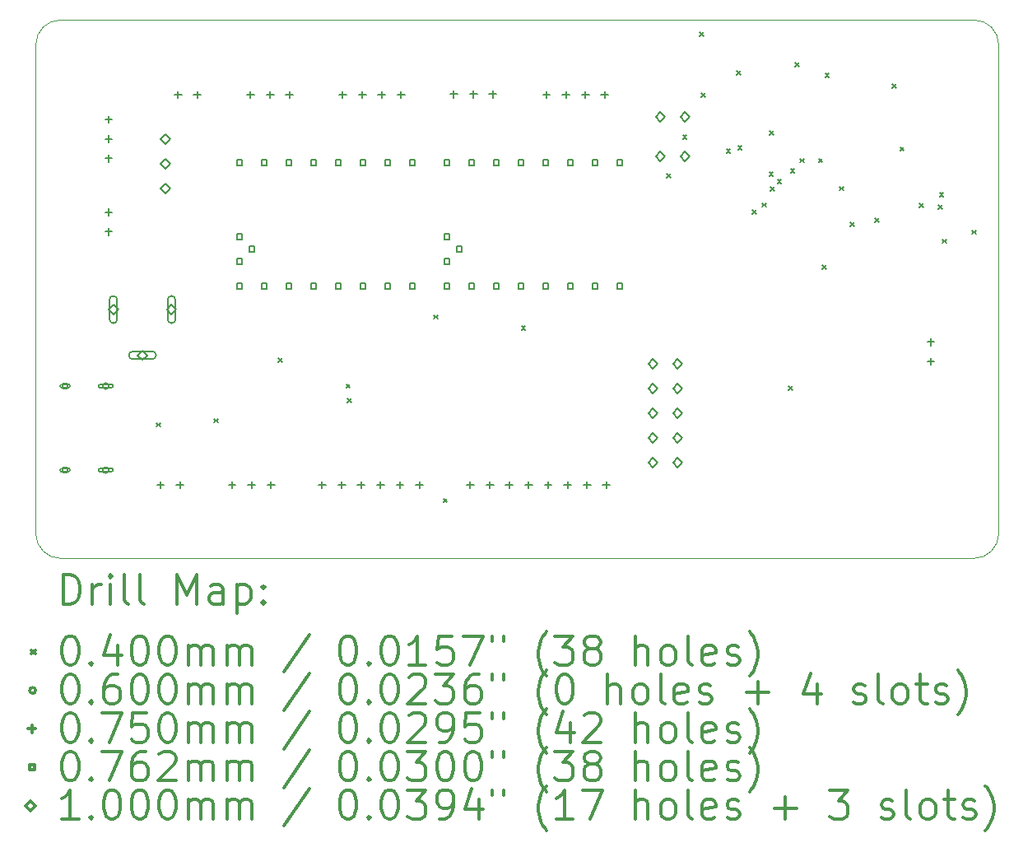
<source format=gbr>
%FSLAX45Y45*%
G04 Gerber Fmt 4.5, Leading zero omitted, Abs format (unit mm)*
G04 Created by KiCad (PCBNEW (5.1.10)-1) date 2021-12-04 11:15:14*
%MOMM*%
%LPD*%
G01*
G04 APERTURE LIST*
%TA.AperFunction,Profile*%
%ADD10C,0.050000*%
%TD*%
%ADD11C,0.200000*%
%ADD12C,0.300000*%
G04 APERTURE END LIST*
D10*
X12446000Y-7156450D02*
X12446000Y-12185650D01*
X2794000Y-12439650D02*
G75*
G02*
X2540000Y-12185650I0J254000D01*
G01*
X12192000Y-12439650D02*
G75*
G03*
X12446000Y-12185650I0J254000D01*
G01*
X2540000Y-12185650D02*
X2540000Y-7156450D01*
X2540000Y-7156450D02*
G75*
G02*
X2794000Y-6902450I254000J0D01*
G01*
X12192000Y-12439650D02*
X2794000Y-12439650D01*
X12192000Y-6902450D02*
G75*
G02*
X12446000Y-7156450I0J-254000D01*
G01*
X2794000Y-6902450D02*
X12192000Y-6902450D01*
D11*
X3778710Y-11045010D02*
X3818710Y-11085010D01*
X3818710Y-11045010D02*
X3778710Y-11085010D01*
X4374200Y-11003600D02*
X4414200Y-11043600D01*
X4414200Y-11003600D02*
X4374200Y-11043600D01*
X5034600Y-10381300D02*
X5074600Y-10421300D01*
X5074600Y-10381300D02*
X5034600Y-10421300D01*
X5733100Y-10648000D02*
X5773100Y-10688000D01*
X5773100Y-10648000D02*
X5733100Y-10688000D01*
X5745760Y-10797920D02*
X5785760Y-10837920D01*
X5785760Y-10797920D02*
X5745760Y-10837920D01*
X6634800Y-9936800D02*
X6674800Y-9976800D01*
X6674800Y-9936800D02*
X6634800Y-9976800D01*
X6732750Y-11823620D02*
X6772750Y-11863620D01*
X6772750Y-11823620D02*
X6732750Y-11863620D01*
X7536500Y-10051100D02*
X7576500Y-10091100D01*
X7576500Y-10051100D02*
X7536500Y-10091100D01*
X9028520Y-8482520D02*
X9068520Y-8522520D01*
X9068520Y-8482520D02*
X9028520Y-8522520D01*
X9196540Y-8086000D02*
X9236540Y-8126000D01*
X9236540Y-8086000D02*
X9196540Y-8126000D01*
X9367640Y-7028500D02*
X9407640Y-7068500D01*
X9407640Y-7028500D02*
X9367640Y-7068500D01*
X9383840Y-7654800D02*
X9423840Y-7694800D01*
X9423840Y-7654800D02*
X9383840Y-7694800D01*
X9644210Y-8233370D02*
X9684210Y-8273370D01*
X9684210Y-8233370D02*
X9644210Y-8273370D01*
X9752980Y-7426920D02*
X9792980Y-7466920D01*
X9792980Y-7426920D02*
X9752980Y-7466920D01*
X9764250Y-8199720D02*
X9804250Y-8239720D01*
X9804250Y-8199720D02*
X9764250Y-8239720D01*
X9911910Y-8854890D02*
X9951910Y-8894890D01*
X9951910Y-8854890D02*
X9911910Y-8894890D01*
X10011510Y-8785190D02*
X10051510Y-8825190D01*
X10051510Y-8785190D02*
X10011510Y-8825190D01*
X10085450Y-8464870D02*
X10125450Y-8504870D01*
X10125450Y-8464870D02*
X10085450Y-8504870D01*
X10086530Y-8044500D02*
X10126530Y-8084500D01*
X10126530Y-8044500D02*
X10086530Y-8084500D01*
X10100110Y-8617100D02*
X10140110Y-8657100D01*
X10140110Y-8617100D02*
X10100110Y-8657100D01*
X10170580Y-8542990D02*
X10210580Y-8582990D01*
X10210580Y-8542990D02*
X10170580Y-8582990D01*
X10282880Y-10671550D02*
X10322880Y-10711550D01*
X10322880Y-10671550D02*
X10282880Y-10711550D01*
X10305510Y-8436860D02*
X10345510Y-8476860D01*
X10345510Y-8436860D02*
X10305510Y-8476860D01*
X10348900Y-7344210D02*
X10388900Y-7384210D01*
X10388900Y-7344210D02*
X10348900Y-7384210D01*
X10401500Y-8327690D02*
X10441500Y-8367690D01*
X10441500Y-8327690D02*
X10401500Y-8367690D01*
X10594140Y-8327170D02*
X10634140Y-8367170D01*
X10634140Y-8327170D02*
X10594140Y-8367170D01*
X10632670Y-9422610D02*
X10672670Y-9462610D01*
X10672670Y-9422610D02*
X10632670Y-9462610D01*
X10660570Y-7453850D02*
X10700570Y-7493850D01*
X10700570Y-7453850D02*
X10660570Y-7493850D01*
X10806970Y-8614930D02*
X10846970Y-8654930D01*
X10846970Y-8614930D02*
X10806970Y-8654930D01*
X10916320Y-8985090D02*
X10956320Y-9025090D01*
X10956320Y-8985090D02*
X10916320Y-9025090D01*
X11174580Y-8940990D02*
X11214580Y-8980990D01*
X11214580Y-8940990D02*
X11174580Y-8980990D01*
X11350030Y-7561510D02*
X11390030Y-7601510D01*
X11390030Y-7561510D02*
X11350030Y-7601510D01*
X11431010Y-8209100D02*
X11471010Y-8249100D01*
X11471010Y-8209100D02*
X11431010Y-8249100D01*
X11630870Y-8790820D02*
X11670870Y-8830820D01*
X11670870Y-8790820D02*
X11630870Y-8830820D01*
X11825880Y-8809410D02*
X11865880Y-8849410D01*
X11865880Y-8809410D02*
X11825880Y-8849410D01*
X11836680Y-8679500D02*
X11876680Y-8719500D01*
X11876680Y-8679500D02*
X11836680Y-8719500D01*
X11868020Y-9157410D02*
X11908020Y-9197410D01*
X11908020Y-9157410D02*
X11868020Y-9197410D01*
X12173300Y-9064650D02*
X12213300Y-9104650D01*
X12213300Y-9064650D02*
X12173300Y-9104650D01*
X2871400Y-10667800D02*
G75*
G03*
X2871400Y-10667800I-30000J0D01*
G01*
X2871400Y-10647800D02*
X2811400Y-10647800D01*
X2871400Y-10687800D02*
X2811400Y-10687800D01*
X2811400Y-10647800D02*
G75*
G03*
X2811400Y-10687800I0J-20000D01*
G01*
X2871400Y-10687800D02*
G75*
G03*
X2871400Y-10647800I0J20000D01*
G01*
X2871400Y-11531800D02*
G75*
G03*
X2871400Y-11531800I-30000J0D01*
G01*
X2871400Y-11511800D02*
X2811400Y-11511800D01*
X2871400Y-11551800D02*
X2811400Y-11551800D01*
X2811400Y-11511800D02*
G75*
G03*
X2811400Y-11551800I0J-20000D01*
G01*
X2871400Y-11551800D02*
G75*
G03*
X2871400Y-11511800I0J20000D01*
G01*
X3289400Y-10667800D02*
G75*
G03*
X3289400Y-10667800I-30000J0D01*
G01*
X3314400Y-10647800D02*
X3204400Y-10647800D01*
X3314400Y-10687800D02*
X3204400Y-10687800D01*
X3204400Y-10647800D02*
G75*
G03*
X3204400Y-10687800I0J-20000D01*
G01*
X3314400Y-10687800D02*
G75*
G03*
X3314400Y-10647800I0J20000D01*
G01*
X3289400Y-11531800D02*
G75*
G03*
X3289400Y-11531800I-30000J0D01*
G01*
X3314400Y-11511800D02*
X3204400Y-11511800D01*
X3314400Y-11551800D02*
X3204400Y-11551800D01*
X3204400Y-11511800D02*
G75*
G03*
X3204400Y-11551800I0J-20000D01*
G01*
X3314400Y-11551800D02*
G75*
G03*
X3314400Y-11511800I0J20000D01*
G01*
X3289300Y-7887300D02*
X3289300Y-7962300D01*
X3251800Y-7924800D02*
X3326800Y-7924800D01*
X3289300Y-8087300D02*
X3289300Y-8162300D01*
X3251800Y-8124800D02*
X3326800Y-8124800D01*
X3289300Y-8287300D02*
X3289300Y-8362300D01*
X3251800Y-8324800D02*
X3326800Y-8324800D01*
X3289300Y-8839800D02*
X3289300Y-8914800D01*
X3251800Y-8877300D02*
X3326800Y-8877300D01*
X3289300Y-9039800D02*
X3289300Y-9114800D01*
X3251800Y-9077300D02*
X3326800Y-9077300D01*
X3822700Y-11646500D02*
X3822700Y-11721500D01*
X3785200Y-11684000D02*
X3860200Y-11684000D01*
X4002430Y-7633300D02*
X4002430Y-7708300D01*
X3964930Y-7670800D02*
X4039930Y-7670800D01*
X4022700Y-11646500D02*
X4022700Y-11721500D01*
X3985200Y-11684000D02*
X4060200Y-11684000D01*
X4202430Y-7633300D02*
X4202430Y-7708300D01*
X4164930Y-7670800D02*
X4239930Y-7670800D01*
X4559300Y-11646500D02*
X4559300Y-11721500D01*
X4521800Y-11684000D02*
X4596800Y-11684000D01*
X4749850Y-7633300D02*
X4749850Y-7708300D01*
X4712350Y-7670800D02*
X4787350Y-7670800D01*
X4759300Y-11646500D02*
X4759300Y-11721500D01*
X4721800Y-11684000D02*
X4796800Y-11684000D01*
X4949850Y-7633300D02*
X4949850Y-7708300D01*
X4912350Y-7670800D02*
X4987350Y-7670800D01*
X4959300Y-11646500D02*
X4959300Y-11721500D01*
X4921800Y-11684000D02*
X4996800Y-11684000D01*
X5149850Y-7633300D02*
X5149850Y-7708300D01*
X5112350Y-7670800D02*
X5187350Y-7670800D01*
X5486400Y-11646500D02*
X5486400Y-11721500D01*
X5448900Y-11684000D02*
X5523900Y-11684000D01*
X5686400Y-11646500D02*
X5686400Y-11721500D01*
X5648900Y-11684000D02*
X5723900Y-11684000D01*
X5697930Y-7633300D02*
X5697930Y-7708300D01*
X5660430Y-7670800D02*
X5735430Y-7670800D01*
X5886400Y-11646500D02*
X5886400Y-11721500D01*
X5848900Y-11684000D02*
X5923900Y-11684000D01*
X5897930Y-7633300D02*
X5897930Y-7708300D01*
X5860430Y-7670800D02*
X5935430Y-7670800D01*
X6086400Y-11646500D02*
X6086400Y-11721500D01*
X6048900Y-11684000D02*
X6123900Y-11684000D01*
X6097930Y-7633300D02*
X6097930Y-7708300D01*
X6060430Y-7670800D02*
X6135430Y-7670800D01*
X6286400Y-11646500D02*
X6286400Y-11721500D01*
X6248900Y-11684000D02*
X6323900Y-11684000D01*
X6297930Y-7633300D02*
X6297930Y-7708300D01*
X6260430Y-7670800D02*
X6335430Y-7670800D01*
X6486400Y-11646500D02*
X6486400Y-11721500D01*
X6448900Y-11684000D02*
X6523900Y-11684000D01*
X6840880Y-7628220D02*
X6840880Y-7703220D01*
X6803380Y-7665720D02*
X6878380Y-7665720D01*
X7010400Y-11646500D02*
X7010400Y-11721500D01*
X6972900Y-11684000D02*
X7047900Y-11684000D01*
X7040880Y-7628220D02*
X7040880Y-7703220D01*
X7003380Y-7665720D02*
X7078380Y-7665720D01*
X7210400Y-11646500D02*
X7210400Y-11721500D01*
X7172900Y-11684000D02*
X7247900Y-11684000D01*
X7240880Y-7628220D02*
X7240880Y-7703220D01*
X7203380Y-7665720D02*
X7278380Y-7665720D01*
X7410400Y-11646500D02*
X7410400Y-11721500D01*
X7372900Y-11684000D02*
X7447900Y-11684000D01*
X7610400Y-11646500D02*
X7610400Y-11721500D01*
X7572900Y-11684000D02*
X7647900Y-11684000D01*
X7793430Y-7633300D02*
X7793430Y-7708300D01*
X7755930Y-7670800D02*
X7830930Y-7670800D01*
X7810400Y-11646500D02*
X7810400Y-11721500D01*
X7772900Y-11684000D02*
X7847900Y-11684000D01*
X7993430Y-7633300D02*
X7993430Y-7708300D01*
X7955930Y-7670800D02*
X8030930Y-7670800D01*
X8010400Y-11646500D02*
X8010400Y-11721500D01*
X7972900Y-11684000D02*
X8047900Y-11684000D01*
X8193430Y-7633300D02*
X8193430Y-7708300D01*
X8155930Y-7670800D02*
X8230930Y-7670800D01*
X8210400Y-11646500D02*
X8210400Y-11721500D01*
X8172900Y-11684000D02*
X8247900Y-11684000D01*
X8393430Y-7633300D02*
X8393430Y-7708300D01*
X8355930Y-7670800D02*
X8430930Y-7670800D01*
X8410400Y-11646500D02*
X8410400Y-11721500D01*
X8372900Y-11684000D02*
X8447900Y-11684000D01*
X11747500Y-10176500D02*
X11747500Y-10251500D01*
X11710000Y-10214000D02*
X11785000Y-10214000D01*
X11747500Y-10376500D02*
X11747500Y-10451500D01*
X11710000Y-10414000D02*
X11785000Y-10414000D01*
X4662441Y-8396241D02*
X4662441Y-8342359D01*
X4608559Y-8342359D01*
X4608559Y-8396241D01*
X4662441Y-8396241D01*
X4662441Y-9158241D02*
X4662441Y-9104359D01*
X4608559Y-9104359D01*
X4608559Y-9158241D01*
X4662441Y-9158241D01*
X4662441Y-9412241D02*
X4662441Y-9358359D01*
X4608559Y-9358359D01*
X4608559Y-9412241D01*
X4662441Y-9412241D01*
X4662441Y-9666241D02*
X4662441Y-9612359D01*
X4608559Y-9612359D01*
X4608559Y-9666241D01*
X4662441Y-9666241D01*
X4789441Y-9285241D02*
X4789441Y-9231359D01*
X4735559Y-9231359D01*
X4735559Y-9285241D01*
X4789441Y-9285241D01*
X4916441Y-8396241D02*
X4916441Y-8342359D01*
X4862559Y-8342359D01*
X4862559Y-8396241D01*
X4916441Y-8396241D01*
X4916441Y-9666241D02*
X4916441Y-9612359D01*
X4862559Y-9612359D01*
X4862559Y-9666241D01*
X4916441Y-9666241D01*
X5170441Y-8396241D02*
X5170441Y-8342359D01*
X5116559Y-8342359D01*
X5116559Y-8396241D01*
X5170441Y-8396241D01*
X5170441Y-9666241D02*
X5170441Y-9612359D01*
X5116559Y-9612359D01*
X5116559Y-9666241D01*
X5170441Y-9666241D01*
X5424441Y-8396241D02*
X5424441Y-8342359D01*
X5370559Y-8342359D01*
X5370559Y-8396241D01*
X5424441Y-8396241D01*
X5424441Y-9666241D02*
X5424441Y-9612359D01*
X5370559Y-9612359D01*
X5370559Y-9666241D01*
X5424441Y-9666241D01*
X5678441Y-8396241D02*
X5678441Y-8342359D01*
X5624559Y-8342359D01*
X5624559Y-8396241D01*
X5678441Y-8396241D01*
X5678441Y-9666241D02*
X5678441Y-9612359D01*
X5624559Y-9612359D01*
X5624559Y-9666241D01*
X5678441Y-9666241D01*
X5932441Y-8396241D02*
X5932441Y-8342359D01*
X5878559Y-8342359D01*
X5878559Y-8396241D01*
X5932441Y-8396241D01*
X5932441Y-9666241D02*
X5932441Y-9612359D01*
X5878559Y-9612359D01*
X5878559Y-9666241D01*
X5932441Y-9666241D01*
X6186441Y-8396241D02*
X6186441Y-8342359D01*
X6132559Y-8342359D01*
X6132559Y-8396241D01*
X6186441Y-8396241D01*
X6186441Y-9666241D02*
X6186441Y-9612359D01*
X6132559Y-9612359D01*
X6132559Y-9666241D01*
X6186441Y-9666241D01*
X6440441Y-8396241D02*
X6440441Y-8342359D01*
X6386559Y-8342359D01*
X6386559Y-8396241D01*
X6440441Y-8396241D01*
X6440441Y-9666241D02*
X6440441Y-9612359D01*
X6386559Y-9612359D01*
X6386559Y-9666241D01*
X6440441Y-9666241D01*
X6796041Y-8396241D02*
X6796041Y-8342359D01*
X6742159Y-8342359D01*
X6742159Y-8396241D01*
X6796041Y-8396241D01*
X6796041Y-9158241D02*
X6796041Y-9104359D01*
X6742159Y-9104359D01*
X6742159Y-9158241D01*
X6796041Y-9158241D01*
X6796041Y-9412241D02*
X6796041Y-9358359D01*
X6742159Y-9358359D01*
X6742159Y-9412241D01*
X6796041Y-9412241D01*
X6796041Y-9666241D02*
X6796041Y-9612359D01*
X6742159Y-9612359D01*
X6742159Y-9666241D01*
X6796041Y-9666241D01*
X6923041Y-9285241D02*
X6923041Y-9231359D01*
X6869159Y-9231359D01*
X6869159Y-9285241D01*
X6923041Y-9285241D01*
X7050041Y-8396241D02*
X7050041Y-8342359D01*
X6996159Y-8342359D01*
X6996159Y-8396241D01*
X7050041Y-8396241D01*
X7050041Y-9666241D02*
X7050041Y-9612359D01*
X6996159Y-9612359D01*
X6996159Y-9666241D01*
X7050041Y-9666241D01*
X7304041Y-8396241D02*
X7304041Y-8342359D01*
X7250159Y-8342359D01*
X7250159Y-8396241D01*
X7304041Y-8396241D01*
X7304041Y-9666241D02*
X7304041Y-9612359D01*
X7250159Y-9612359D01*
X7250159Y-9666241D01*
X7304041Y-9666241D01*
X7558041Y-8396241D02*
X7558041Y-8342359D01*
X7504159Y-8342359D01*
X7504159Y-8396241D01*
X7558041Y-8396241D01*
X7558041Y-9666241D02*
X7558041Y-9612359D01*
X7504159Y-9612359D01*
X7504159Y-9666241D01*
X7558041Y-9666241D01*
X7812041Y-8396241D02*
X7812041Y-8342359D01*
X7758159Y-8342359D01*
X7758159Y-8396241D01*
X7812041Y-8396241D01*
X7812041Y-9666241D02*
X7812041Y-9612359D01*
X7758159Y-9612359D01*
X7758159Y-9666241D01*
X7812041Y-9666241D01*
X8066041Y-8396241D02*
X8066041Y-8342359D01*
X8012159Y-8342359D01*
X8012159Y-8396241D01*
X8066041Y-8396241D01*
X8066041Y-9666241D02*
X8066041Y-9612359D01*
X8012159Y-9612359D01*
X8012159Y-9666241D01*
X8066041Y-9666241D01*
X8320041Y-8396241D02*
X8320041Y-8342359D01*
X8266159Y-8342359D01*
X8266159Y-8396241D01*
X8320041Y-8396241D01*
X8320041Y-9666241D02*
X8320041Y-9612359D01*
X8266159Y-9612359D01*
X8266159Y-9666241D01*
X8320041Y-9666241D01*
X8574041Y-8396241D02*
X8574041Y-8342359D01*
X8520159Y-8342359D01*
X8520159Y-8396241D01*
X8574041Y-8396241D01*
X8574041Y-9666241D02*
X8574041Y-9612359D01*
X8520159Y-9612359D01*
X8520159Y-9666241D01*
X8574041Y-9666241D01*
X3337000Y-9930600D02*
X3387000Y-9880600D01*
X3337000Y-9830600D01*
X3287000Y-9880600D01*
X3337000Y-9930600D01*
X3297000Y-9780600D02*
X3297000Y-9980600D01*
X3377000Y-9780600D02*
X3377000Y-9980600D01*
X3297000Y-9980600D02*
G75*
G03*
X3377000Y-9980600I40000J0D01*
G01*
X3377000Y-9780600D02*
G75*
G03*
X3297000Y-9780600I-40000J0D01*
G01*
X3637000Y-10400600D02*
X3687000Y-10350600D01*
X3637000Y-10300600D01*
X3587000Y-10350600D01*
X3637000Y-10400600D01*
X3537000Y-10390600D02*
X3737000Y-10390600D01*
X3537000Y-10310600D02*
X3737000Y-10310600D01*
X3737000Y-10390600D02*
G75*
G03*
X3737000Y-10310600I0J40000D01*
G01*
X3537000Y-10310600D02*
G75*
G03*
X3537000Y-10390600I0J-40000D01*
G01*
X3873500Y-8178000D02*
X3923500Y-8128000D01*
X3873500Y-8078000D01*
X3823500Y-8128000D01*
X3873500Y-8178000D01*
X3873500Y-8432000D02*
X3923500Y-8382000D01*
X3873500Y-8332000D01*
X3823500Y-8382000D01*
X3873500Y-8432000D01*
X3873500Y-8686000D02*
X3923500Y-8636000D01*
X3873500Y-8586000D01*
X3823500Y-8636000D01*
X3873500Y-8686000D01*
X3937000Y-9930600D02*
X3987000Y-9880600D01*
X3937000Y-9830600D01*
X3887000Y-9880600D01*
X3937000Y-9930600D01*
X3897000Y-9780600D02*
X3897000Y-9980600D01*
X3977000Y-9780600D02*
X3977000Y-9980600D01*
X3897000Y-9980600D02*
G75*
G03*
X3977000Y-9980600I40000J0D01*
G01*
X3977000Y-9780600D02*
G75*
G03*
X3897000Y-9780600I-40000J0D01*
G01*
X8890000Y-10489400D02*
X8940000Y-10439400D01*
X8890000Y-10389400D01*
X8840000Y-10439400D01*
X8890000Y-10489400D01*
X8890000Y-10743400D02*
X8940000Y-10693400D01*
X8890000Y-10643400D01*
X8840000Y-10693400D01*
X8890000Y-10743400D01*
X8890000Y-10997400D02*
X8940000Y-10947400D01*
X8890000Y-10897400D01*
X8840000Y-10947400D01*
X8890000Y-10997400D01*
X8890000Y-11251400D02*
X8940000Y-11201400D01*
X8890000Y-11151400D01*
X8840000Y-11201400D01*
X8890000Y-11251400D01*
X8890000Y-11505400D02*
X8940000Y-11455400D01*
X8890000Y-11405400D01*
X8840000Y-11455400D01*
X8890000Y-11505400D01*
X8966200Y-7949400D02*
X9016200Y-7899400D01*
X8966200Y-7849400D01*
X8916200Y-7899400D01*
X8966200Y-7949400D01*
X8966200Y-8355800D02*
X9016200Y-8305800D01*
X8966200Y-8255800D01*
X8916200Y-8305800D01*
X8966200Y-8355800D01*
X9144000Y-10489400D02*
X9194000Y-10439400D01*
X9144000Y-10389400D01*
X9094000Y-10439400D01*
X9144000Y-10489400D01*
X9144000Y-10743400D02*
X9194000Y-10693400D01*
X9144000Y-10643400D01*
X9094000Y-10693400D01*
X9144000Y-10743400D01*
X9144000Y-10997400D02*
X9194000Y-10947400D01*
X9144000Y-10897400D01*
X9094000Y-10947400D01*
X9144000Y-10997400D01*
X9144000Y-11251400D02*
X9194000Y-11201400D01*
X9144000Y-11151400D01*
X9094000Y-11201400D01*
X9144000Y-11251400D01*
X9144000Y-11505400D02*
X9194000Y-11455400D01*
X9144000Y-11405400D01*
X9094000Y-11455400D01*
X9144000Y-11505400D01*
X9220200Y-7949400D02*
X9270200Y-7899400D01*
X9220200Y-7849400D01*
X9170200Y-7899400D01*
X9220200Y-7949400D01*
X9220200Y-8355800D02*
X9270200Y-8305800D01*
X9220200Y-8255800D01*
X9170200Y-8305800D01*
X9220200Y-8355800D01*
D12*
X2823928Y-12907864D02*
X2823928Y-12607864D01*
X2895357Y-12607864D01*
X2938214Y-12622150D01*
X2966786Y-12650721D01*
X2981071Y-12679293D01*
X2995357Y-12736436D01*
X2995357Y-12779293D01*
X2981071Y-12836436D01*
X2966786Y-12865007D01*
X2938214Y-12893579D01*
X2895357Y-12907864D01*
X2823928Y-12907864D01*
X3123928Y-12907864D02*
X3123928Y-12707864D01*
X3123928Y-12765007D02*
X3138214Y-12736436D01*
X3152500Y-12722150D01*
X3181071Y-12707864D01*
X3209643Y-12707864D01*
X3309643Y-12907864D02*
X3309643Y-12707864D01*
X3309643Y-12607864D02*
X3295357Y-12622150D01*
X3309643Y-12636436D01*
X3323928Y-12622150D01*
X3309643Y-12607864D01*
X3309643Y-12636436D01*
X3495357Y-12907864D02*
X3466786Y-12893579D01*
X3452500Y-12865007D01*
X3452500Y-12607864D01*
X3652500Y-12907864D02*
X3623928Y-12893579D01*
X3609643Y-12865007D01*
X3609643Y-12607864D01*
X3995357Y-12907864D02*
X3995357Y-12607864D01*
X4095357Y-12822150D01*
X4195357Y-12607864D01*
X4195357Y-12907864D01*
X4466786Y-12907864D02*
X4466786Y-12750721D01*
X4452500Y-12722150D01*
X4423928Y-12707864D01*
X4366786Y-12707864D01*
X4338214Y-12722150D01*
X4466786Y-12893579D02*
X4438214Y-12907864D01*
X4366786Y-12907864D01*
X4338214Y-12893579D01*
X4323928Y-12865007D01*
X4323928Y-12836436D01*
X4338214Y-12807864D01*
X4366786Y-12793579D01*
X4438214Y-12793579D01*
X4466786Y-12779293D01*
X4609643Y-12707864D02*
X4609643Y-13007864D01*
X4609643Y-12722150D02*
X4638214Y-12707864D01*
X4695357Y-12707864D01*
X4723928Y-12722150D01*
X4738214Y-12736436D01*
X4752500Y-12765007D01*
X4752500Y-12850721D01*
X4738214Y-12879293D01*
X4723928Y-12893579D01*
X4695357Y-12907864D01*
X4638214Y-12907864D01*
X4609643Y-12893579D01*
X4881071Y-12879293D02*
X4895357Y-12893579D01*
X4881071Y-12907864D01*
X4866786Y-12893579D01*
X4881071Y-12879293D01*
X4881071Y-12907864D01*
X4881071Y-12722150D02*
X4895357Y-12736436D01*
X4881071Y-12750721D01*
X4866786Y-12736436D01*
X4881071Y-12722150D01*
X4881071Y-12750721D01*
X2497500Y-13382150D02*
X2537500Y-13422150D01*
X2537500Y-13382150D02*
X2497500Y-13422150D01*
X2881071Y-13237864D02*
X2909643Y-13237864D01*
X2938214Y-13252150D01*
X2952500Y-13266436D01*
X2966786Y-13295007D01*
X2981071Y-13352150D01*
X2981071Y-13423579D01*
X2966786Y-13480721D01*
X2952500Y-13509293D01*
X2938214Y-13523579D01*
X2909643Y-13537864D01*
X2881071Y-13537864D01*
X2852500Y-13523579D01*
X2838214Y-13509293D01*
X2823928Y-13480721D01*
X2809643Y-13423579D01*
X2809643Y-13352150D01*
X2823928Y-13295007D01*
X2838214Y-13266436D01*
X2852500Y-13252150D01*
X2881071Y-13237864D01*
X3109643Y-13509293D02*
X3123928Y-13523579D01*
X3109643Y-13537864D01*
X3095357Y-13523579D01*
X3109643Y-13509293D01*
X3109643Y-13537864D01*
X3381071Y-13337864D02*
X3381071Y-13537864D01*
X3309643Y-13223579D02*
X3238214Y-13437864D01*
X3423928Y-13437864D01*
X3595357Y-13237864D02*
X3623928Y-13237864D01*
X3652500Y-13252150D01*
X3666786Y-13266436D01*
X3681071Y-13295007D01*
X3695357Y-13352150D01*
X3695357Y-13423579D01*
X3681071Y-13480721D01*
X3666786Y-13509293D01*
X3652500Y-13523579D01*
X3623928Y-13537864D01*
X3595357Y-13537864D01*
X3566786Y-13523579D01*
X3552500Y-13509293D01*
X3538214Y-13480721D01*
X3523928Y-13423579D01*
X3523928Y-13352150D01*
X3538214Y-13295007D01*
X3552500Y-13266436D01*
X3566786Y-13252150D01*
X3595357Y-13237864D01*
X3881071Y-13237864D02*
X3909643Y-13237864D01*
X3938214Y-13252150D01*
X3952500Y-13266436D01*
X3966786Y-13295007D01*
X3981071Y-13352150D01*
X3981071Y-13423579D01*
X3966786Y-13480721D01*
X3952500Y-13509293D01*
X3938214Y-13523579D01*
X3909643Y-13537864D01*
X3881071Y-13537864D01*
X3852500Y-13523579D01*
X3838214Y-13509293D01*
X3823928Y-13480721D01*
X3809643Y-13423579D01*
X3809643Y-13352150D01*
X3823928Y-13295007D01*
X3838214Y-13266436D01*
X3852500Y-13252150D01*
X3881071Y-13237864D01*
X4109643Y-13537864D02*
X4109643Y-13337864D01*
X4109643Y-13366436D02*
X4123928Y-13352150D01*
X4152500Y-13337864D01*
X4195357Y-13337864D01*
X4223928Y-13352150D01*
X4238214Y-13380721D01*
X4238214Y-13537864D01*
X4238214Y-13380721D02*
X4252500Y-13352150D01*
X4281071Y-13337864D01*
X4323928Y-13337864D01*
X4352500Y-13352150D01*
X4366786Y-13380721D01*
X4366786Y-13537864D01*
X4509643Y-13537864D02*
X4509643Y-13337864D01*
X4509643Y-13366436D02*
X4523928Y-13352150D01*
X4552500Y-13337864D01*
X4595357Y-13337864D01*
X4623928Y-13352150D01*
X4638214Y-13380721D01*
X4638214Y-13537864D01*
X4638214Y-13380721D02*
X4652500Y-13352150D01*
X4681071Y-13337864D01*
X4723928Y-13337864D01*
X4752500Y-13352150D01*
X4766786Y-13380721D01*
X4766786Y-13537864D01*
X5352500Y-13223579D02*
X5095357Y-13609293D01*
X5738214Y-13237864D02*
X5766786Y-13237864D01*
X5795357Y-13252150D01*
X5809643Y-13266436D01*
X5823928Y-13295007D01*
X5838214Y-13352150D01*
X5838214Y-13423579D01*
X5823928Y-13480721D01*
X5809643Y-13509293D01*
X5795357Y-13523579D01*
X5766786Y-13537864D01*
X5738214Y-13537864D01*
X5709643Y-13523579D01*
X5695357Y-13509293D01*
X5681071Y-13480721D01*
X5666786Y-13423579D01*
X5666786Y-13352150D01*
X5681071Y-13295007D01*
X5695357Y-13266436D01*
X5709643Y-13252150D01*
X5738214Y-13237864D01*
X5966786Y-13509293D02*
X5981071Y-13523579D01*
X5966786Y-13537864D01*
X5952500Y-13523579D01*
X5966786Y-13509293D01*
X5966786Y-13537864D01*
X6166786Y-13237864D02*
X6195357Y-13237864D01*
X6223928Y-13252150D01*
X6238214Y-13266436D01*
X6252500Y-13295007D01*
X6266786Y-13352150D01*
X6266786Y-13423579D01*
X6252500Y-13480721D01*
X6238214Y-13509293D01*
X6223928Y-13523579D01*
X6195357Y-13537864D01*
X6166786Y-13537864D01*
X6138214Y-13523579D01*
X6123928Y-13509293D01*
X6109643Y-13480721D01*
X6095357Y-13423579D01*
X6095357Y-13352150D01*
X6109643Y-13295007D01*
X6123928Y-13266436D01*
X6138214Y-13252150D01*
X6166786Y-13237864D01*
X6552500Y-13537864D02*
X6381071Y-13537864D01*
X6466786Y-13537864D02*
X6466786Y-13237864D01*
X6438214Y-13280721D01*
X6409643Y-13309293D01*
X6381071Y-13323579D01*
X6823928Y-13237864D02*
X6681071Y-13237864D01*
X6666786Y-13380721D01*
X6681071Y-13366436D01*
X6709643Y-13352150D01*
X6781071Y-13352150D01*
X6809643Y-13366436D01*
X6823928Y-13380721D01*
X6838214Y-13409293D01*
X6838214Y-13480721D01*
X6823928Y-13509293D01*
X6809643Y-13523579D01*
X6781071Y-13537864D01*
X6709643Y-13537864D01*
X6681071Y-13523579D01*
X6666786Y-13509293D01*
X6938214Y-13237864D02*
X7138214Y-13237864D01*
X7009643Y-13537864D01*
X7238214Y-13237864D02*
X7238214Y-13295007D01*
X7352500Y-13237864D02*
X7352500Y-13295007D01*
X7795357Y-13652150D02*
X7781071Y-13637864D01*
X7752500Y-13595007D01*
X7738214Y-13566436D01*
X7723928Y-13523579D01*
X7709643Y-13452150D01*
X7709643Y-13395007D01*
X7723928Y-13323579D01*
X7738214Y-13280721D01*
X7752500Y-13252150D01*
X7781071Y-13209293D01*
X7795357Y-13195007D01*
X7881071Y-13237864D02*
X8066786Y-13237864D01*
X7966786Y-13352150D01*
X8009643Y-13352150D01*
X8038214Y-13366436D01*
X8052500Y-13380721D01*
X8066786Y-13409293D01*
X8066786Y-13480721D01*
X8052500Y-13509293D01*
X8038214Y-13523579D01*
X8009643Y-13537864D01*
X7923928Y-13537864D01*
X7895357Y-13523579D01*
X7881071Y-13509293D01*
X8238214Y-13366436D02*
X8209643Y-13352150D01*
X8195357Y-13337864D01*
X8181071Y-13309293D01*
X8181071Y-13295007D01*
X8195357Y-13266436D01*
X8209643Y-13252150D01*
X8238214Y-13237864D01*
X8295357Y-13237864D01*
X8323928Y-13252150D01*
X8338214Y-13266436D01*
X8352500Y-13295007D01*
X8352500Y-13309293D01*
X8338214Y-13337864D01*
X8323928Y-13352150D01*
X8295357Y-13366436D01*
X8238214Y-13366436D01*
X8209643Y-13380721D01*
X8195357Y-13395007D01*
X8181071Y-13423579D01*
X8181071Y-13480721D01*
X8195357Y-13509293D01*
X8209643Y-13523579D01*
X8238214Y-13537864D01*
X8295357Y-13537864D01*
X8323928Y-13523579D01*
X8338214Y-13509293D01*
X8352500Y-13480721D01*
X8352500Y-13423579D01*
X8338214Y-13395007D01*
X8323928Y-13380721D01*
X8295357Y-13366436D01*
X8709643Y-13537864D02*
X8709643Y-13237864D01*
X8838214Y-13537864D02*
X8838214Y-13380721D01*
X8823928Y-13352150D01*
X8795357Y-13337864D01*
X8752500Y-13337864D01*
X8723928Y-13352150D01*
X8709643Y-13366436D01*
X9023928Y-13537864D02*
X8995357Y-13523579D01*
X8981071Y-13509293D01*
X8966786Y-13480721D01*
X8966786Y-13395007D01*
X8981071Y-13366436D01*
X8995357Y-13352150D01*
X9023928Y-13337864D01*
X9066786Y-13337864D01*
X9095357Y-13352150D01*
X9109643Y-13366436D01*
X9123928Y-13395007D01*
X9123928Y-13480721D01*
X9109643Y-13509293D01*
X9095357Y-13523579D01*
X9066786Y-13537864D01*
X9023928Y-13537864D01*
X9295357Y-13537864D02*
X9266786Y-13523579D01*
X9252500Y-13495007D01*
X9252500Y-13237864D01*
X9523928Y-13523579D02*
X9495357Y-13537864D01*
X9438214Y-13537864D01*
X9409643Y-13523579D01*
X9395357Y-13495007D01*
X9395357Y-13380721D01*
X9409643Y-13352150D01*
X9438214Y-13337864D01*
X9495357Y-13337864D01*
X9523928Y-13352150D01*
X9538214Y-13380721D01*
X9538214Y-13409293D01*
X9395357Y-13437864D01*
X9652500Y-13523579D02*
X9681071Y-13537864D01*
X9738214Y-13537864D01*
X9766786Y-13523579D01*
X9781071Y-13495007D01*
X9781071Y-13480721D01*
X9766786Y-13452150D01*
X9738214Y-13437864D01*
X9695357Y-13437864D01*
X9666786Y-13423579D01*
X9652500Y-13395007D01*
X9652500Y-13380721D01*
X9666786Y-13352150D01*
X9695357Y-13337864D01*
X9738214Y-13337864D01*
X9766786Y-13352150D01*
X9881071Y-13652150D02*
X9895357Y-13637864D01*
X9923928Y-13595007D01*
X9938214Y-13566436D01*
X9952500Y-13523579D01*
X9966786Y-13452150D01*
X9966786Y-13395007D01*
X9952500Y-13323579D01*
X9938214Y-13280721D01*
X9923928Y-13252150D01*
X9895357Y-13209293D01*
X9881071Y-13195007D01*
X2537500Y-13798150D02*
G75*
G03*
X2537500Y-13798150I-30000J0D01*
G01*
X2881071Y-13633864D02*
X2909643Y-13633864D01*
X2938214Y-13648150D01*
X2952500Y-13662436D01*
X2966786Y-13691007D01*
X2981071Y-13748150D01*
X2981071Y-13819579D01*
X2966786Y-13876721D01*
X2952500Y-13905293D01*
X2938214Y-13919579D01*
X2909643Y-13933864D01*
X2881071Y-13933864D01*
X2852500Y-13919579D01*
X2838214Y-13905293D01*
X2823928Y-13876721D01*
X2809643Y-13819579D01*
X2809643Y-13748150D01*
X2823928Y-13691007D01*
X2838214Y-13662436D01*
X2852500Y-13648150D01*
X2881071Y-13633864D01*
X3109643Y-13905293D02*
X3123928Y-13919579D01*
X3109643Y-13933864D01*
X3095357Y-13919579D01*
X3109643Y-13905293D01*
X3109643Y-13933864D01*
X3381071Y-13633864D02*
X3323928Y-13633864D01*
X3295357Y-13648150D01*
X3281071Y-13662436D01*
X3252500Y-13705293D01*
X3238214Y-13762436D01*
X3238214Y-13876721D01*
X3252500Y-13905293D01*
X3266786Y-13919579D01*
X3295357Y-13933864D01*
X3352500Y-13933864D01*
X3381071Y-13919579D01*
X3395357Y-13905293D01*
X3409643Y-13876721D01*
X3409643Y-13805293D01*
X3395357Y-13776721D01*
X3381071Y-13762436D01*
X3352500Y-13748150D01*
X3295357Y-13748150D01*
X3266786Y-13762436D01*
X3252500Y-13776721D01*
X3238214Y-13805293D01*
X3595357Y-13633864D02*
X3623928Y-13633864D01*
X3652500Y-13648150D01*
X3666786Y-13662436D01*
X3681071Y-13691007D01*
X3695357Y-13748150D01*
X3695357Y-13819579D01*
X3681071Y-13876721D01*
X3666786Y-13905293D01*
X3652500Y-13919579D01*
X3623928Y-13933864D01*
X3595357Y-13933864D01*
X3566786Y-13919579D01*
X3552500Y-13905293D01*
X3538214Y-13876721D01*
X3523928Y-13819579D01*
X3523928Y-13748150D01*
X3538214Y-13691007D01*
X3552500Y-13662436D01*
X3566786Y-13648150D01*
X3595357Y-13633864D01*
X3881071Y-13633864D02*
X3909643Y-13633864D01*
X3938214Y-13648150D01*
X3952500Y-13662436D01*
X3966786Y-13691007D01*
X3981071Y-13748150D01*
X3981071Y-13819579D01*
X3966786Y-13876721D01*
X3952500Y-13905293D01*
X3938214Y-13919579D01*
X3909643Y-13933864D01*
X3881071Y-13933864D01*
X3852500Y-13919579D01*
X3838214Y-13905293D01*
X3823928Y-13876721D01*
X3809643Y-13819579D01*
X3809643Y-13748150D01*
X3823928Y-13691007D01*
X3838214Y-13662436D01*
X3852500Y-13648150D01*
X3881071Y-13633864D01*
X4109643Y-13933864D02*
X4109643Y-13733864D01*
X4109643Y-13762436D02*
X4123928Y-13748150D01*
X4152500Y-13733864D01*
X4195357Y-13733864D01*
X4223928Y-13748150D01*
X4238214Y-13776721D01*
X4238214Y-13933864D01*
X4238214Y-13776721D02*
X4252500Y-13748150D01*
X4281071Y-13733864D01*
X4323928Y-13733864D01*
X4352500Y-13748150D01*
X4366786Y-13776721D01*
X4366786Y-13933864D01*
X4509643Y-13933864D02*
X4509643Y-13733864D01*
X4509643Y-13762436D02*
X4523928Y-13748150D01*
X4552500Y-13733864D01*
X4595357Y-13733864D01*
X4623928Y-13748150D01*
X4638214Y-13776721D01*
X4638214Y-13933864D01*
X4638214Y-13776721D02*
X4652500Y-13748150D01*
X4681071Y-13733864D01*
X4723928Y-13733864D01*
X4752500Y-13748150D01*
X4766786Y-13776721D01*
X4766786Y-13933864D01*
X5352500Y-13619579D02*
X5095357Y-14005293D01*
X5738214Y-13633864D02*
X5766786Y-13633864D01*
X5795357Y-13648150D01*
X5809643Y-13662436D01*
X5823928Y-13691007D01*
X5838214Y-13748150D01*
X5838214Y-13819579D01*
X5823928Y-13876721D01*
X5809643Y-13905293D01*
X5795357Y-13919579D01*
X5766786Y-13933864D01*
X5738214Y-13933864D01*
X5709643Y-13919579D01*
X5695357Y-13905293D01*
X5681071Y-13876721D01*
X5666786Y-13819579D01*
X5666786Y-13748150D01*
X5681071Y-13691007D01*
X5695357Y-13662436D01*
X5709643Y-13648150D01*
X5738214Y-13633864D01*
X5966786Y-13905293D02*
X5981071Y-13919579D01*
X5966786Y-13933864D01*
X5952500Y-13919579D01*
X5966786Y-13905293D01*
X5966786Y-13933864D01*
X6166786Y-13633864D02*
X6195357Y-13633864D01*
X6223928Y-13648150D01*
X6238214Y-13662436D01*
X6252500Y-13691007D01*
X6266786Y-13748150D01*
X6266786Y-13819579D01*
X6252500Y-13876721D01*
X6238214Y-13905293D01*
X6223928Y-13919579D01*
X6195357Y-13933864D01*
X6166786Y-13933864D01*
X6138214Y-13919579D01*
X6123928Y-13905293D01*
X6109643Y-13876721D01*
X6095357Y-13819579D01*
X6095357Y-13748150D01*
X6109643Y-13691007D01*
X6123928Y-13662436D01*
X6138214Y-13648150D01*
X6166786Y-13633864D01*
X6381071Y-13662436D02*
X6395357Y-13648150D01*
X6423928Y-13633864D01*
X6495357Y-13633864D01*
X6523928Y-13648150D01*
X6538214Y-13662436D01*
X6552500Y-13691007D01*
X6552500Y-13719579D01*
X6538214Y-13762436D01*
X6366786Y-13933864D01*
X6552500Y-13933864D01*
X6652500Y-13633864D02*
X6838214Y-13633864D01*
X6738214Y-13748150D01*
X6781071Y-13748150D01*
X6809643Y-13762436D01*
X6823928Y-13776721D01*
X6838214Y-13805293D01*
X6838214Y-13876721D01*
X6823928Y-13905293D01*
X6809643Y-13919579D01*
X6781071Y-13933864D01*
X6695357Y-13933864D01*
X6666786Y-13919579D01*
X6652500Y-13905293D01*
X7095357Y-13633864D02*
X7038214Y-13633864D01*
X7009643Y-13648150D01*
X6995357Y-13662436D01*
X6966786Y-13705293D01*
X6952500Y-13762436D01*
X6952500Y-13876721D01*
X6966786Y-13905293D01*
X6981071Y-13919579D01*
X7009643Y-13933864D01*
X7066786Y-13933864D01*
X7095357Y-13919579D01*
X7109643Y-13905293D01*
X7123928Y-13876721D01*
X7123928Y-13805293D01*
X7109643Y-13776721D01*
X7095357Y-13762436D01*
X7066786Y-13748150D01*
X7009643Y-13748150D01*
X6981071Y-13762436D01*
X6966786Y-13776721D01*
X6952500Y-13805293D01*
X7238214Y-13633864D02*
X7238214Y-13691007D01*
X7352500Y-13633864D02*
X7352500Y-13691007D01*
X7795357Y-14048150D02*
X7781071Y-14033864D01*
X7752500Y-13991007D01*
X7738214Y-13962436D01*
X7723928Y-13919579D01*
X7709643Y-13848150D01*
X7709643Y-13791007D01*
X7723928Y-13719579D01*
X7738214Y-13676721D01*
X7752500Y-13648150D01*
X7781071Y-13605293D01*
X7795357Y-13591007D01*
X7966786Y-13633864D02*
X7995357Y-13633864D01*
X8023928Y-13648150D01*
X8038214Y-13662436D01*
X8052500Y-13691007D01*
X8066786Y-13748150D01*
X8066786Y-13819579D01*
X8052500Y-13876721D01*
X8038214Y-13905293D01*
X8023928Y-13919579D01*
X7995357Y-13933864D01*
X7966786Y-13933864D01*
X7938214Y-13919579D01*
X7923928Y-13905293D01*
X7909643Y-13876721D01*
X7895357Y-13819579D01*
X7895357Y-13748150D01*
X7909643Y-13691007D01*
X7923928Y-13662436D01*
X7938214Y-13648150D01*
X7966786Y-13633864D01*
X8423928Y-13933864D02*
X8423928Y-13633864D01*
X8552500Y-13933864D02*
X8552500Y-13776721D01*
X8538214Y-13748150D01*
X8509643Y-13733864D01*
X8466786Y-13733864D01*
X8438214Y-13748150D01*
X8423928Y-13762436D01*
X8738214Y-13933864D02*
X8709643Y-13919579D01*
X8695357Y-13905293D01*
X8681071Y-13876721D01*
X8681071Y-13791007D01*
X8695357Y-13762436D01*
X8709643Y-13748150D01*
X8738214Y-13733864D01*
X8781071Y-13733864D01*
X8809643Y-13748150D01*
X8823928Y-13762436D01*
X8838214Y-13791007D01*
X8838214Y-13876721D01*
X8823928Y-13905293D01*
X8809643Y-13919579D01*
X8781071Y-13933864D01*
X8738214Y-13933864D01*
X9009643Y-13933864D02*
X8981071Y-13919579D01*
X8966786Y-13891007D01*
X8966786Y-13633864D01*
X9238214Y-13919579D02*
X9209643Y-13933864D01*
X9152500Y-13933864D01*
X9123928Y-13919579D01*
X9109643Y-13891007D01*
X9109643Y-13776721D01*
X9123928Y-13748150D01*
X9152500Y-13733864D01*
X9209643Y-13733864D01*
X9238214Y-13748150D01*
X9252500Y-13776721D01*
X9252500Y-13805293D01*
X9109643Y-13833864D01*
X9366786Y-13919579D02*
X9395357Y-13933864D01*
X9452500Y-13933864D01*
X9481071Y-13919579D01*
X9495357Y-13891007D01*
X9495357Y-13876721D01*
X9481071Y-13848150D01*
X9452500Y-13833864D01*
X9409643Y-13833864D01*
X9381071Y-13819579D01*
X9366786Y-13791007D01*
X9366786Y-13776721D01*
X9381071Y-13748150D01*
X9409643Y-13733864D01*
X9452500Y-13733864D01*
X9481071Y-13748150D01*
X9852500Y-13819579D02*
X10081071Y-13819579D01*
X9966786Y-13933864D02*
X9966786Y-13705293D01*
X10581071Y-13733864D02*
X10581071Y-13933864D01*
X10509643Y-13619579D02*
X10438214Y-13833864D01*
X10623928Y-13833864D01*
X10952500Y-13919579D02*
X10981071Y-13933864D01*
X11038214Y-13933864D01*
X11066786Y-13919579D01*
X11081071Y-13891007D01*
X11081071Y-13876721D01*
X11066786Y-13848150D01*
X11038214Y-13833864D01*
X10995357Y-13833864D01*
X10966786Y-13819579D01*
X10952500Y-13791007D01*
X10952500Y-13776721D01*
X10966786Y-13748150D01*
X10995357Y-13733864D01*
X11038214Y-13733864D01*
X11066786Y-13748150D01*
X11252500Y-13933864D02*
X11223928Y-13919579D01*
X11209643Y-13891007D01*
X11209643Y-13633864D01*
X11409643Y-13933864D02*
X11381071Y-13919579D01*
X11366786Y-13905293D01*
X11352500Y-13876721D01*
X11352500Y-13791007D01*
X11366786Y-13762436D01*
X11381071Y-13748150D01*
X11409643Y-13733864D01*
X11452500Y-13733864D01*
X11481071Y-13748150D01*
X11495357Y-13762436D01*
X11509643Y-13791007D01*
X11509643Y-13876721D01*
X11495357Y-13905293D01*
X11481071Y-13919579D01*
X11452500Y-13933864D01*
X11409643Y-13933864D01*
X11595357Y-13733864D02*
X11709643Y-13733864D01*
X11638214Y-13633864D02*
X11638214Y-13891007D01*
X11652500Y-13919579D01*
X11681071Y-13933864D01*
X11709643Y-13933864D01*
X11795357Y-13919579D02*
X11823928Y-13933864D01*
X11881071Y-13933864D01*
X11909643Y-13919579D01*
X11923928Y-13891007D01*
X11923928Y-13876721D01*
X11909643Y-13848150D01*
X11881071Y-13833864D01*
X11838214Y-13833864D01*
X11809643Y-13819579D01*
X11795357Y-13791007D01*
X11795357Y-13776721D01*
X11809643Y-13748150D01*
X11838214Y-13733864D01*
X11881071Y-13733864D01*
X11909643Y-13748150D01*
X12023928Y-14048150D02*
X12038214Y-14033864D01*
X12066786Y-13991007D01*
X12081071Y-13962436D01*
X12095357Y-13919579D01*
X12109643Y-13848150D01*
X12109643Y-13791007D01*
X12095357Y-13719579D01*
X12081071Y-13676721D01*
X12066786Y-13648150D01*
X12038214Y-13605293D01*
X12023928Y-13591007D01*
X2500000Y-14156650D02*
X2500000Y-14231650D01*
X2462500Y-14194150D02*
X2537500Y-14194150D01*
X2881071Y-14029864D02*
X2909643Y-14029864D01*
X2938214Y-14044150D01*
X2952500Y-14058436D01*
X2966786Y-14087007D01*
X2981071Y-14144150D01*
X2981071Y-14215579D01*
X2966786Y-14272721D01*
X2952500Y-14301293D01*
X2938214Y-14315579D01*
X2909643Y-14329864D01*
X2881071Y-14329864D01*
X2852500Y-14315579D01*
X2838214Y-14301293D01*
X2823928Y-14272721D01*
X2809643Y-14215579D01*
X2809643Y-14144150D01*
X2823928Y-14087007D01*
X2838214Y-14058436D01*
X2852500Y-14044150D01*
X2881071Y-14029864D01*
X3109643Y-14301293D02*
X3123928Y-14315579D01*
X3109643Y-14329864D01*
X3095357Y-14315579D01*
X3109643Y-14301293D01*
X3109643Y-14329864D01*
X3223928Y-14029864D02*
X3423928Y-14029864D01*
X3295357Y-14329864D01*
X3681071Y-14029864D02*
X3538214Y-14029864D01*
X3523928Y-14172721D01*
X3538214Y-14158436D01*
X3566786Y-14144150D01*
X3638214Y-14144150D01*
X3666786Y-14158436D01*
X3681071Y-14172721D01*
X3695357Y-14201293D01*
X3695357Y-14272721D01*
X3681071Y-14301293D01*
X3666786Y-14315579D01*
X3638214Y-14329864D01*
X3566786Y-14329864D01*
X3538214Y-14315579D01*
X3523928Y-14301293D01*
X3881071Y-14029864D02*
X3909643Y-14029864D01*
X3938214Y-14044150D01*
X3952500Y-14058436D01*
X3966786Y-14087007D01*
X3981071Y-14144150D01*
X3981071Y-14215579D01*
X3966786Y-14272721D01*
X3952500Y-14301293D01*
X3938214Y-14315579D01*
X3909643Y-14329864D01*
X3881071Y-14329864D01*
X3852500Y-14315579D01*
X3838214Y-14301293D01*
X3823928Y-14272721D01*
X3809643Y-14215579D01*
X3809643Y-14144150D01*
X3823928Y-14087007D01*
X3838214Y-14058436D01*
X3852500Y-14044150D01*
X3881071Y-14029864D01*
X4109643Y-14329864D02*
X4109643Y-14129864D01*
X4109643Y-14158436D02*
X4123928Y-14144150D01*
X4152500Y-14129864D01*
X4195357Y-14129864D01*
X4223928Y-14144150D01*
X4238214Y-14172721D01*
X4238214Y-14329864D01*
X4238214Y-14172721D02*
X4252500Y-14144150D01*
X4281071Y-14129864D01*
X4323928Y-14129864D01*
X4352500Y-14144150D01*
X4366786Y-14172721D01*
X4366786Y-14329864D01*
X4509643Y-14329864D02*
X4509643Y-14129864D01*
X4509643Y-14158436D02*
X4523928Y-14144150D01*
X4552500Y-14129864D01*
X4595357Y-14129864D01*
X4623928Y-14144150D01*
X4638214Y-14172721D01*
X4638214Y-14329864D01*
X4638214Y-14172721D02*
X4652500Y-14144150D01*
X4681071Y-14129864D01*
X4723928Y-14129864D01*
X4752500Y-14144150D01*
X4766786Y-14172721D01*
X4766786Y-14329864D01*
X5352500Y-14015579D02*
X5095357Y-14401293D01*
X5738214Y-14029864D02*
X5766786Y-14029864D01*
X5795357Y-14044150D01*
X5809643Y-14058436D01*
X5823928Y-14087007D01*
X5838214Y-14144150D01*
X5838214Y-14215579D01*
X5823928Y-14272721D01*
X5809643Y-14301293D01*
X5795357Y-14315579D01*
X5766786Y-14329864D01*
X5738214Y-14329864D01*
X5709643Y-14315579D01*
X5695357Y-14301293D01*
X5681071Y-14272721D01*
X5666786Y-14215579D01*
X5666786Y-14144150D01*
X5681071Y-14087007D01*
X5695357Y-14058436D01*
X5709643Y-14044150D01*
X5738214Y-14029864D01*
X5966786Y-14301293D02*
X5981071Y-14315579D01*
X5966786Y-14329864D01*
X5952500Y-14315579D01*
X5966786Y-14301293D01*
X5966786Y-14329864D01*
X6166786Y-14029864D02*
X6195357Y-14029864D01*
X6223928Y-14044150D01*
X6238214Y-14058436D01*
X6252500Y-14087007D01*
X6266786Y-14144150D01*
X6266786Y-14215579D01*
X6252500Y-14272721D01*
X6238214Y-14301293D01*
X6223928Y-14315579D01*
X6195357Y-14329864D01*
X6166786Y-14329864D01*
X6138214Y-14315579D01*
X6123928Y-14301293D01*
X6109643Y-14272721D01*
X6095357Y-14215579D01*
X6095357Y-14144150D01*
X6109643Y-14087007D01*
X6123928Y-14058436D01*
X6138214Y-14044150D01*
X6166786Y-14029864D01*
X6381071Y-14058436D02*
X6395357Y-14044150D01*
X6423928Y-14029864D01*
X6495357Y-14029864D01*
X6523928Y-14044150D01*
X6538214Y-14058436D01*
X6552500Y-14087007D01*
X6552500Y-14115579D01*
X6538214Y-14158436D01*
X6366786Y-14329864D01*
X6552500Y-14329864D01*
X6695357Y-14329864D02*
X6752500Y-14329864D01*
X6781071Y-14315579D01*
X6795357Y-14301293D01*
X6823928Y-14258436D01*
X6838214Y-14201293D01*
X6838214Y-14087007D01*
X6823928Y-14058436D01*
X6809643Y-14044150D01*
X6781071Y-14029864D01*
X6723928Y-14029864D01*
X6695357Y-14044150D01*
X6681071Y-14058436D01*
X6666786Y-14087007D01*
X6666786Y-14158436D01*
X6681071Y-14187007D01*
X6695357Y-14201293D01*
X6723928Y-14215579D01*
X6781071Y-14215579D01*
X6809643Y-14201293D01*
X6823928Y-14187007D01*
X6838214Y-14158436D01*
X7109643Y-14029864D02*
X6966786Y-14029864D01*
X6952500Y-14172721D01*
X6966786Y-14158436D01*
X6995357Y-14144150D01*
X7066786Y-14144150D01*
X7095357Y-14158436D01*
X7109643Y-14172721D01*
X7123928Y-14201293D01*
X7123928Y-14272721D01*
X7109643Y-14301293D01*
X7095357Y-14315579D01*
X7066786Y-14329864D01*
X6995357Y-14329864D01*
X6966786Y-14315579D01*
X6952500Y-14301293D01*
X7238214Y-14029864D02*
X7238214Y-14087007D01*
X7352500Y-14029864D02*
X7352500Y-14087007D01*
X7795357Y-14444150D02*
X7781071Y-14429864D01*
X7752500Y-14387007D01*
X7738214Y-14358436D01*
X7723928Y-14315579D01*
X7709643Y-14244150D01*
X7709643Y-14187007D01*
X7723928Y-14115579D01*
X7738214Y-14072721D01*
X7752500Y-14044150D01*
X7781071Y-14001293D01*
X7795357Y-13987007D01*
X8038214Y-14129864D02*
X8038214Y-14329864D01*
X7966786Y-14015579D02*
X7895357Y-14229864D01*
X8081071Y-14229864D01*
X8181071Y-14058436D02*
X8195357Y-14044150D01*
X8223928Y-14029864D01*
X8295357Y-14029864D01*
X8323928Y-14044150D01*
X8338214Y-14058436D01*
X8352500Y-14087007D01*
X8352500Y-14115579D01*
X8338214Y-14158436D01*
X8166786Y-14329864D01*
X8352500Y-14329864D01*
X8709643Y-14329864D02*
X8709643Y-14029864D01*
X8838214Y-14329864D02*
X8838214Y-14172721D01*
X8823928Y-14144150D01*
X8795357Y-14129864D01*
X8752500Y-14129864D01*
X8723928Y-14144150D01*
X8709643Y-14158436D01*
X9023928Y-14329864D02*
X8995357Y-14315579D01*
X8981071Y-14301293D01*
X8966786Y-14272721D01*
X8966786Y-14187007D01*
X8981071Y-14158436D01*
X8995357Y-14144150D01*
X9023928Y-14129864D01*
X9066786Y-14129864D01*
X9095357Y-14144150D01*
X9109643Y-14158436D01*
X9123928Y-14187007D01*
X9123928Y-14272721D01*
X9109643Y-14301293D01*
X9095357Y-14315579D01*
X9066786Y-14329864D01*
X9023928Y-14329864D01*
X9295357Y-14329864D02*
X9266786Y-14315579D01*
X9252500Y-14287007D01*
X9252500Y-14029864D01*
X9523928Y-14315579D02*
X9495357Y-14329864D01*
X9438214Y-14329864D01*
X9409643Y-14315579D01*
X9395357Y-14287007D01*
X9395357Y-14172721D01*
X9409643Y-14144150D01*
X9438214Y-14129864D01*
X9495357Y-14129864D01*
X9523928Y-14144150D01*
X9538214Y-14172721D01*
X9538214Y-14201293D01*
X9395357Y-14229864D01*
X9652500Y-14315579D02*
X9681071Y-14329864D01*
X9738214Y-14329864D01*
X9766786Y-14315579D01*
X9781071Y-14287007D01*
X9781071Y-14272721D01*
X9766786Y-14244150D01*
X9738214Y-14229864D01*
X9695357Y-14229864D01*
X9666786Y-14215579D01*
X9652500Y-14187007D01*
X9652500Y-14172721D01*
X9666786Y-14144150D01*
X9695357Y-14129864D01*
X9738214Y-14129864D01*
X9766786Y-14144150D01*
X9881071Y-14444150D02*
X9895357Y-14429864D01*
X9923928Y-14387007D01*
X9938214Y-14358436D01*
X9952500Y-14315579D01*
X9966786Y-14244150D01*
X9966786Y-14187007D01*
X9952500Y-14115579D01*
X9938214Y-14072721D01*
X9923928Y-14044150D01*
X9895357Y-14001293D01*
X9881071Y-13987007D01*
X2526341Y-14617091D02*
X2526341Y-14563209D01*
X2472459Y-14563209D01*
X2472459Y-14617091D01*
X2526341Y-14617091D01*
X2881071Y-14425864D02*
X2909643Y-14425864D01*
X2938214Y-14440150D01*
X2952500Y-14454436D01*
X2966786Y-14483007D01*
X2981071Y-14540150D01*
X2981071Y-14611579D01*
X2966786Y-14668721D01*
X2952500Y-14697293D01*
X2938214Y-14711579D01*
X2909643Y-14725864D01*
X2881071Y-14725864D01*
X2852500Y-14711579D01*
X2838214Y-14697293D01*
X2823928Y-14668721D01*
X2809643Y-14611579D01*
X2809643Y-14540150D01*
X2823928Y-14483007D01*
X2838214Y-14454436D01*
X2852500Y-14440150D01*
X2881071Y-14425864D01*
X3109643Y-14697293D02*
X3123928Y-14711579D01*
X3109643Y-14725864D01*
X3095357Y-14711579D01*
X3109643Y-14697293D01*
X3109643Y-14725864D01*
X3223928Y-14425864D02*
X3423928Y-14425864D01*
X3295357Y-14725864D01*
X3666786Y-14425864D02*
X3609643Y-14425864D01*
X3581071Y-14440150D01*
X3566786Y-14454436D01*
X3538214Y-14497293D01*
X3523928Y-14554436D01*
X3523928Y-14668721D01*
X3538214Y-14697293D01*
X3552500Y-14711579D01*
X3581071Y-14725864D01*
X3638214Y-14725864D01*
X3666786Y-14711579D01*
X3681071Y-14697293D01*
X3695357Y-14668721D01*
X3695357Y-14597293D01*
X3681071Y-14568721D01*
X3666786Y-14554436D01*
X3638214Y-14540150D01*
X3581071Y-14540150D01*
X3552500Y-14554436D01*
X3538214Y-14568721D01*
X3523928Y-14597293D01*
X3809643Y-14454436D02*
X3823928Y-14440150D01*
X3852500Y-14425864D01*
X3923928Y-14425864D01*
X3952500Y-14440150D01*
X3966786Y-14454436D01*
X3981071Y-14483007D01*
X3981071Y-14511579D01*
X3966786Y-14554436D01*
X3795357Y-14725864D01*
X3981071Y-14725864D01*
X4109643Y-14725864D02*
X4109643Y-14525864D01*
X4109643Y-14554436D02*
X4123928Y-14540150D01*
X4152500Y-14525864D01*
X4195357Y-14525864D01*
X4223928Y-14540150D01*
X4238214Y-14568721D01*
X4238214Y-14725864D01*
X4238214Y-14568721D02*
X4252500Y-14540150D01*
X4281071Y-14525864D01*
X4323928Y-14525864D01*
X4352500Y-14540150D01*
X4366786Y-14568721D01*
X4366786Y-14725864D01*
X4509643Y-14725864D02*
X4509643Y-14525864D01*
X4509643Y-14554436D02*
X4523928Y-14540150D01*
X4552500Y-14525864D01*
X4595357Y-14525864D01*
X4623928Y-14540150D01*
X4638214Y-14568721D01*
X4638214Y-14725864D01*
X4638214Y-14568721D02*
X4652500Y-14540150D01*
X4681071Y-14525864D01*
X4723928Y-14525864D01*
X4752500Y-14540150D01*
X4766786Y-14568721D01*
X4766786Y-14725864D01*
X5352500Y-14411579D02*
X5095357Y-14797293D01*
X5738214Y-14425864D02*
X5766786Y-14425864D01*
X5795357Y-14440150D01*
X5809643Y-14454436D01*
X5823928Y-14483007D01*
X5838214Y-14540150D01*
X5838214Y-14611579D01*
X5823928Y-14668721D01*
X5809643Y-14697293D01*
X5795357Y-14711579D01*
X5766786Y-14725864D01*
X5738214Y-14725864D01*
X5709643Y-14711579D01*
X5695357Y-14697293D01*
X5681071Y-14668721D01*
X5666786Y-14611579D01*
X5666786Y-14540150D01*
X5681071Y-14483007D01*
X5695357Y-14454436D01*
X5709643Y-14440150D01*
X5738214Y-14425864D01*
X5966786Y-14697293D02*
X5981071Y-14711579D01*
X5966786Y-14725864D01*
X5952500Y-14711579D01*
X5966786Y-14697293D01*
X5966786Y-14725864D01*
X6166786Y-14425864D02*
X6195357Y-14425864D01*
X6223928Y-14440150D01*
X6238214Y-14454436D01*
X6252500Y-14483007D01*
X6266786Y-14540150D01*
X6266786Y-14611579D01*
X6252500Y-14668721D01*
X6238214Y-14697293D01*
X6223928Y-14711579D01*
X6195357Y-14725864D01*
X6166786Y-14725864D01*
X6138214Y-14711579D01*
X6123928Y-14697293D01*
X6109643Y-14668721D01*
X6095357Y-14611579D01*
X6095357Y-14540150D01*
X6109643Y-14483007D01*
X6123928Y-14454436D01*
X6138214Y-14440150D01*
X6166786Y-14425864D01*
X6366786Y-14425864D02*
X6552500Y-14425864D01*
X6452500Y-14540150D01*
X6495357Y-14540150D01*
X6523928Y-14554436D01*
X6538214Y-14568721D01*
X6552500Y-14597293D01*
X6552500Y-14668721D01*
X6538214Y-14697293D01*
X6523928Y-14711579D01*
X6495357Y-14725864D01*
X6409643Y-14725864D01*
X6381071Y-14711579D01*
X6366786Y-14697293D01*
X6738214Y-14425864D02*
X6766786Y-14425864D01*
X6795357Y-14440150D01*
X6809643Y-14454436D01*
X6823928Y-14483007D01*
X6838214Y-14540150D01*
X6838214Y-14611579D01*
X6823928Y-14668721D01*
X6809643Y-14697293D01*
X6795357Y-14711579D01*
X6766786Y-14725864D01*
X6738214Y-14725864D01*
X6709643Y-14711579D01*
X6695357Y-14697293D01*
X6681071Y-14668721D01*
X6666786Y-14611579D01*
X6666786Y-14540150D01*
X6681071Y-14483007D01*
X6695357Y-14454436D01*
X6709643Y-14440150D01*
X6738214Y-14425864D01*
X7023928Y-14425864D02*
X7052500Y-14425864D01*
X7081071Y-14440150D01*
X7095357Y-14454436D01*
X7109643Y-14483007D01*
X7123928Y-14540150D01*
X7123928Y-14611579D01*
X7109643Y-14668721D01*
X7095357Y-14697293D01*
X7081071Y-14711579D01*
X7052500Y-14725864D01*
X7023928Y-14725864D01*
X6995357Y-14711579D01*
X6981071Y-14697293D01*
X6966786Y-14668721D01*
X6952500Y-14611579D01*
X6952500Y-14540150D01*
X6966786Y-14483007D01*
X6981071Y-14454436D01*
X6995357Y-14440150D01*
X7023928Y-14425864D01*
X7238214Y-14425864D02*
X7238214Y-14483007D01*
X7352500Y-14425864D02*
X7352500Y-14483007D01*
X7795357Y-14840150D02*
X7781071Y-14825864D01*
X7752500Y-14783007D01*
X7738214Y-14754436D01*
X7723928Y-14711579D01*
X7709643Y-14640150D01*
X7709643Y-14583007D01*
X7723928Y-14511579D01*
X7738214Y-14468721D01*
X7752500Y-14440150D01*
X7781071Y-14397293D01*
X7795357Y-14383007D01*
X7881071Y-14425864D02*
X8066786Y-14425864D01*
X7966786Y-14540150D01*
X8009643Y-14540150D01*
X8038214Y-14554436D01*
X8052500Y-14568721D01*
X8066786Y-14597293D01*
X8066786Y-14668721D01*
X8052500Y-14697293D01*
X8038214Y-14711579D01*
X8009643Y-14725864D01*
X7923928Y-14725864D01*
X7895357Y-14711579D01*
X7881071Y-14697293D01*
X8238214Y-14554436D02*
X8209643Y-14540150D01*
X8195357Y-14525864D01*
X8181071Y-14497293D01*
X8181071Y-14483007D01*
X8195357Y-14454436D01*
X8209643Y-14440150D01*
X8238214Y-14425864D01*
X8295357Y-14425864D01*
X8323928Y-14440150D01*
X8338214Y-14454436D01*
X8352500Y-14483007D01*
X8352500Y-14497293D01*
X8338214Y-14525864D01*
X8323928Y-14540150D01*
X8295357Y-14554436D01*
X8238214Y-14554436D01*
X8209643Y-14568721D01*
X8195357Y-14583007D01*
X8181071Y-14611579D01*
X8181071Y-14668721D01*
X8195357Y-14697293D01*
X8209643Y-14711579D01*
X8238214Y-14725864D01*
X8295357Y-14725864D01*
X8323928Y-14711579D01*
X8338214Y-14697293D01*
X8352500Y-14668721D01*
X8352500Y-14611579D01*
X8338214Y-14583007D01*
X8323928Y-14568721D01*
X8295357Y-14554436D01*
X8709643Y-14725864D02*
X8709643Y-14425864D01*
X8838214Y-14725864D02*
X8838214Y-14568721D01*
X8823928Y-14540150D01*
X8795357Y-14525864D01*
X8752500Y-14525864D01*
X8723928Y-14540150D01*
X8709643Y-14554436D01*
X9023928Y-14725864D02*
X8995357Y-14711579D01*
X8981071Y-14697293D01*
X8966786Y-14668721D01*
X8966786Y-14583007D01*
X8981071Y-14554436D01*
X8995357Y-14540150D01*
X9023928Y-14525864D01*
X9066786Y-14525864D01*
X9095357Y-14540150D01*
X9109643Y-14554436D01*
X9123928Y-14583007D01*
X9123928Y-14668721D01*
X9109643Y-14697293D01*
X9095357Y-14711579D01*
X9066786Y-14725864D01*
X9023928Y-14725864D01*
X9295357Y-14725864D02*
X9266786Y-14711579D01*
X9252500Y-14683007D01*
X9252500Y-14425864D01*
X9523928Y-14711579D02*
X9495357Y-14725864D01*
X9438214Y-14725864D01*
X9409643Y-14711579D01*
X9395357Y-14683007D01*
X9395357Y-14568721D01*
X9409643Y-14540150D01*
X9438214Y-14525864D01*
X9495357Y-14525864D01*
X9523928Y-14540150D01*
X9538214Y-14568721D01*
X9538214Y-14597293D01*
X9395357Y-14625864D01*
X9652500Y-14711579D02*
X9681071Y-14725864D01*
X9738214Y-14725864D01*
X9766786Y-14711579D01*
X9781071Y-14683007D01*
X9781071Y-14668721D01*
X9766786Y-14640150D01*
X9738214Y-14625864D01*
X9695357Y-14625864D01*
X9666786Y-14611579D01*
X9652500Y-14583007D01*
X9652500Y-14568721D01*
X9666786Y-14540150D01*
X9695357Y-14525864D01*
X9738214Y-14525864D01*
X9766786Y-14540150D01*
X9881071Y-14840150D02*
X9895357Y-14825864D01*
X9923928Y-14783007D01*
X9938214Y-14754436D01*
X9952500Y-14711579D01*
X9966786Y-14640150D01*
X9966786Y-14583007D01*
X9952500Y-14511579D01*
X9938214Y-14468721D01*
X9923928Y-14440150D01*
X9895357Y-14397293D01*
X9881071Y-14383007D01*
X2487500Y-15036150D02*
X2537500Y-14986150D01*
X2487500Y-14936150D01*
X2437500Y-14986150D01*
X2487500Y-15036150D01*
X2981071Y-15121864D02*
X2809643Y-15121864D01*
X2895357Y-15121864D02*
X2895357Y-14821864D01*
X2866786Y-14864721D01*
X2838214Y-14893293D01*
X2809643Y-14907579D01*
X3109643Y-15093293D02*
X3123928Y-15107579D01*
X3109643Y-15121864D01*
X3095357Y-15107579D01*
X3109643Y-15093293D01*
X3109643Y-15121864D01*
X3309643Y-14821864D02*
X3338214Y-14821864D01*
X3366786Y-14836150D01*
X3381071Y-14850436D01*
X3395357Y-14879007D01*
X3409643Y-14936150D01*
X3409643Y-15007579D01*
X3395357Y-15064721D01*
X3381071Y-15093293D01*
X3366786Y-15107579D01*
X3338214Y-15121864D01*
X3309643Y-15121864D01*
X3281071Y-15107579D01*
X3266786Y-15093293D01*
X3252500Y-15064721D01*
X3238214Y-15007579D01*
X3238214Y-14936150D01*
X3252500Y-14879007D01*
X3266786Y-14850436D01*
X3281071Y-14836150D01*
X3309643Y-14821864D01*
X3595357Y-14821864D02*
X3623928Y-14821864D01*
X3652500Y-14836150D01*
X3666786Y-14850436D01*
X3681071Y-14879007D01*
X3695357Y-14936150D01*
X3695357Y-15007579D01*
X3681071Y-15064721D01*
X3666786Y-15093293D01*
X3652500Y-15107579D01*
X3623928Y-15121864D01*
X3595357Y-15121864D01*
X3566786Y-15107579D01*
X3552500Y-15093293D01*
X3538214Y-15064721D01*
X3523928Y-15007579D01*
X3523928Y-14936150D01*
X3538214Y-14879007D01*
X3552500Y-14850436D01*
X3566786Y-14836150D01*
X3595357Y-14821864D01*
X3881071Y-14821864D02*
X3909643Y-14821864D01*
X3938214Y-14836150D01*
X3952500Y-14850436D01*
X3966786Y-14879007D01*
X3981071Y-14936150D01*
X3981071Y-15007579D01*
X3966786Y-15064721D01*
X3952500Y-15093293D01*
X3938214Y-15107579D01*
X3909643Y-15121864D01*
X3881071Y-15121864D01*
X3852500Y-15107579D01*
X3838214Y-15093293D01*
X3823928Y-15064721D01*
X3809643Y-15007579D01*
X3809643Y-14936150D01*
X3823928Y-14879007D01*
X3838214Y-14850436D01*
X3852500Y-14836150D01*
X3881071Y-14821864D01*
X4109643Y-15121864D02*
X4109643Y-14921864D01*
X4109643Y-14950436D02*
X4123928Y-14936150D01*
X4152500Y-14921864D01*
X4195357Y-14921864D01*
X4223928Y-14936150D01*
X4238214Y-14964721D01*
X4238214Y-15121864D01*
X4238214Y-14964721D02*
X4252500Y-14936150D01*
X4281071Y-14921864D01*
X4323928Y-14921864D01*
X4352500Y-14936150D01*
X4366786Y-14964721D01*
X4366786Y-15121864D01*
X4509643Y-15121864D02*
X4509643Y-14921864D01*
X4509643Y-14950436D02*
X4523928Y-14936150D01*
X4552500Y-14921864D01*
X4595357Y-14921864D01*
X4623928Y-14936150D01*
X4638214Y-14964721D01*
X4638214Y-15121864D01*
X4638214Y-14964721D02*
X4652500Y-14936150D01*
X4681071Y-14921864D01*
X4723928Y-14921864D01*
X4752500Y-14936150D01*
X4766786Y-14964721D01*
X4766786Y-15121864D01*
X5352500Y-14807579D02*
X5095357Y-15193293D01*
X5738214Y-14821864D02*
X5766786Y-14821864D01*
X5795357Y-14836150D01*
X5809643Y-14850436D01*
X5823928Y-14879007D01*
X5838214Y-14936150D01*
X5838214Y-15007579D01*
X5823928Y-15064721D01*
X5809643Y-15093293D01*
X5795357Y-15107579D01*
X5766786Y-15121864D01*
X5738214Y-15121864D01*
X5709643Y-15107579D01*
X5695357Y-15093293D01*
X5681071Y-15064721D01*
X5666786Y-15007579D01*
X5666786Y-14936150D01*
X5681071Y-14879007D01*
X5695357Y-14850436D01*
X5709643Y-14836150D01*
X5738214Y-14821864D01*
X5966786Y-15093293D02*
X5981071Y-15107579D01*
X5966786Y-15121864D01*
X5952500Y-15107579D01*
X5966786Y-15093293D01*
X5966786Y-15121864D01*
X6166786Y-14821864D02*
X6195357Y-14821864D01*
X6223928Y-14836150D01*
X6238214Y-14850436D01*
X6252500Y-14879007D01*
X6266786Y-14936150D01*
X6266786Y-15007579D01*
X6252500Y-15064721D01*
X6238214Y-15093293D01*
X6223928Y-15107579D01*
X6195357Y-15121864D01*
X6166786Y-15121864D01*
X6138214Y-15107579D01*
X6123928Y-15093293D01*
X6109643Y-15064721D01*
X6095357Y-15007579D01*
X6095357Y-14936150D01*
X6109643Y-14879007D01*
X6123928Y-14850436D01*
X6138214Y-14836150D01*
X6166786Y-14821864D01*
X6366786Y-14821864D02*
X6552500Y-14821864D01*
X6452500Y-14936150D01*
X6495357Y-14936150D01*
X6523928Y-14950436D01*
X6538214Y-14964721D01*
X6552500Y-14993293D01*
X6552500Y-15064721D01*
X6538214Y-15093293D01*
X6523928Y-15107579D01*
X6495357Y-15121864D01*
X6409643Y-15121864D01*
X6381071Y-15107579D01*
X6366786Y-15093293D01*
X6695357Y-15121864D02*
X6752500Y-15121864D01*
X6781071Y-15107579D01*
X6795357Y-15093293D01*
X6823928Y-15050436D01*
X6838214Y-14993293D01*
X6838214Y-14879007D01*
X6823928Y-14850436D01*
X6809643Y-14836150D01*
X6781071Y-14821864D01*
X6723928Y-14821864D01*
X6695357Y-14836150D01*
X6681071Y-14850436D01*
X6666786Y-14879007D01*
X6666786Y-14950436D01*
X6681071Y-14979007D01*
X6695357Y-14993293D01*
X6723928Y-15007579D01*
X6781071Y-15007579D01*
X6809643Y-14993293D01*
X6823928Y-14979007D01*
X6838214Y-14950436D01*
X7095357Y-14921864D02*
X7095357Y-15121864D01*
X7023928Y-14807579D02*
X6952500Y-15021864D01*
X7138214Y-15021864D01*
X7238214Y-14821864D02*
X7238214Y-14879007D01*
X7352500Y-14821864D02*
X7352500Y-14879007D01*
X7795357Y-15236150D02*
X7781071Y-15221864D01*
X7752500Y-15179007D01*
X7738214Y-15150436D01*
X7723928Y-15107579D01*
X7709643Y-15036150D01*
X7709643Y-14979007D01*
X7723928Y-14907579D01*
X7738214Y-14864721D01*
X7752500Y-14836150D01*
X7781071Y-14793293D01*
X7795357Y-14779007D01*
X8066786Y-15121864D02*
X7895357Y-15121864D01*
X7981071Y-15121864D02*
X7981071Y-14821864D01*
X7952500Y-14864721D01*
X7923928Y-14893293D01*
X7895357Y-14907579D01*
X8166786Y-14821864D02*
X8366786Y-14821864D01*
X8238214Y-15121864D01*
X8709643Y-15121864D02*
X8709643Y-14821864D01*
X8838214Y-15121864D02*
X8838214Y-14964721D01*
X8823928Y-14936150D01*
X8795357Y-14921864D01*
X8752500Y-14921864D01*
X8723928Y-14936150D01*
X8709643Y-14950436D01*
X9023928Y-15121864D02*
X8995357Y-15107579D01*
X8981071Y-15093293D01*
X8966786Y-15064721D01*
X8966786Y-14979007D01*
X8981071Y-14950436D01*
X8995357Y-14936150D01*
X9023928Y-14921864D01*
X9066786Y-14921864D01*
X9095357Y-14936150D01*
X9109643Y-14950436D01*
X9123928Y-14979007D01*
X9123928Y-15064721D01*
X9109643Y-15093293D01*
X9095357Y-15107579D01*
X9066786Y-15121864D01*
X9023928Y-15121864D01*
X9295357Y-15121864D02*
X9266786Y-15107579D01*
X9252500Y-15079007D01*
X9252500Y-14821864D01*
X9523928Y-15107579D02*
X9495357Y-15121864D01*
X9438214Y-15121864D01*
X9409643Y-15107579D01*
X9395357Y-15079007D01*
X9395357Y-14964721D01*
X9409643Y-14936150D01*
X9438214Y-14921864D01*
X9495357Y-14921864D01*
X9523928Y-14936150D01*
X9538214Y-14964721D01*
X9538214Y-14993293D01*
X9395357Y-15021864D01*
X9652500Y-15107579D02*
X9681071Y-15121864D01*
X9738214Y-15121864D01*
X9766786Y-15107579D01*
X9781071Y-15079007D01*
X9781071Y-15064721D01*
X9766786Y-15036150D01*
X9738214Y-15021864D01*
X9695357Y-15021864D01*
X9666786Y-15007579D01*
X9652500Y-14979007D01*
X9652500Y-14964721D01*
X9666786Y-14936150D01*
X9695357Y-14921864D01*
X9738214Y-14921864D01*
X9766786Y-14936150D01*
X10138214Y-15007579D02*
X10366786Y-15007579D01*
X10252500Y-15121864D02*
X10252500Y-14893293D01*
X10709643Y-14821864D02*
X10895357Y-14821864D01*
X10795357Y-14936150D01*
X10838214Y-14936150D01*
X10866786Y-14950436D01*
X10881071Y-14964721D01*
X10895357Y-14993293D01*
X10895357Y-15064721D01*
X10881071Y-15093293D01*
X10866786Y-15107579D01*
X10838214Y-15121864D01*
X10752500Y-15121864D01*
X10723928Y-15107579D01*
X10709643Y-15093293D01*
X11238214Y-15107579D02*
X11266786Y-15121864D01*
X11323928Y-15121864D01*
X11352500Y-15107579D01*
X11366786Y-15079007D01*
X11366786Y-15064721D01*
X11352500Y-15036150D01*
X11323928Y-15021864D01*
X11281071Y-15021864D01*
X11252500Y-15007579D01*
X11238214Y-14979007D01*
X11238214Y-14964721D01*
X11252500Y-14936150D01*
X11281071Y-14921864D01*
X11323928Y-14921864D01*
X11352500Y-14936150D01*
X11538214Y-15121864D02*
X11509643Y-15107579D01*
X11495357Y-15079007D01*
X11495357Y-14821864D01*
X11695357Y-15121864D02*
X11666786Y-15107579D01*
X11652500Y-15093293D01*
X11638214Y-15064721D01*
X11638214Y-14979007D01*
X11652500Y-14950436D01*
X11666786Y-14936150D01*
X11695357Y-14921864D01*
X11738214Y-14921864D01*
X11766786Y-14936150D01*
X11781071Y-14950436D01*
X11795357Y-14979007D01*
X11795357Y-15064721D01*
X11781071Y-15093293D01*
X11766786Y-15107579D01*
X11738214Y-15121864D01*
X11695357Y-15121864D01*
X11881071Y-14921864D02*
X11995357Y-14921864D01*
X11923928Y-14821864D02*
X11923928Y-15079007D01*
X11938214Y-15107579D01*
X11966786Y-15121864D01*
X11995357Y-15121864D01*
X12081071Y-15107579D02*
X12109643Y-15121864D01*
X12166786Y-15121864D01*
X12195357Y-15107579D01*
X12209643Y-15079007D01*
X12209643Y-15064721D01*
X12195357Y-15036150D01*
X12166786Y-15021864D01*
X12123928Y-15021864D01*
X12095357Y-15007579D01*
X12081071Y-14979007D01*
X12081071Y-14964721D01*
X12095357Y-14936150D01*
X12123928Y-14921864D01*
X12166786Y-14921864D01*
X12195357Y-14936150D01*
X12309643Y-15236150D02*
X12323928Y-15221864D01*
X12352500Y-15179007D01*
X12366786Y-15150436D01*
X12381071Y-15107579D01*
X12395357Y-15036150D01*
X12395357Y-14979007D01*
X12381071Y-14907579D01*
X12366786Y-14864721D01*
X12352500Y-14836150D01*
X12323928Y-14793293D01*
X12309643Y-14779007D01*
M02*

</source>
